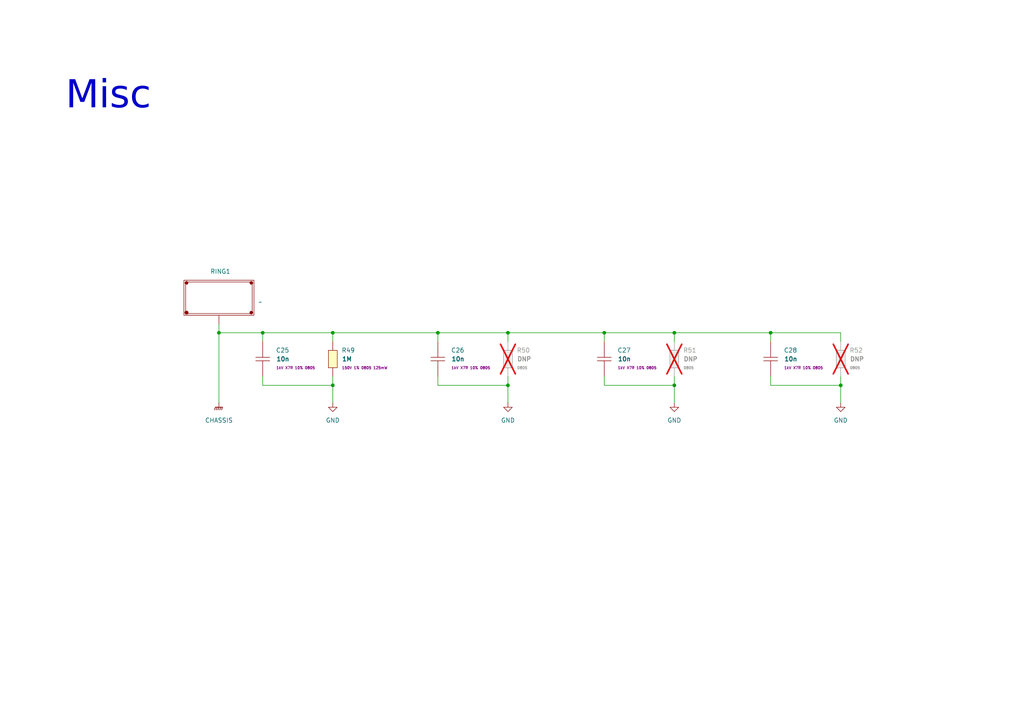
<source format=kicad_sch>
(kicad_sch (version 20231120) (generator "eeschema") (generator_version "8.0")
  (paper "A4")
  (title_block (title "AstraControl - Misc") (date "2024-08-26") (rev "A") (company "LiveAstra Technologies"))
  (lib_symbols
    (symbol "LiveAstra:AstraControl_Ground_Ring" (pin_numbers hide) (pin_names hide)
      (property "Reference" "RING" (at 0 6.35 0))
      (symbol "AstraControl_Ground_Ring_0_1"
        (rectangle (start -10.16 5.08) (end 10.16 -5.08))
        (rectangle (start -9.652 4.572) (end 9.652 -4.572))
      )
      (symbol "AstraControl_Ground_Ring_1_1"
        (circle (center -9.398 -4.318) (radius 0.508) (stroke (width 0.0508)) (fill (type outline)))
        (circle (center -9.398 4.318) (radius 0.508) (stroke (width -0.0001)) (fill (type outline)))
        (circle (center 9.398 -4.318) (radius 0.508) (stroke (width -0.0001)) (fill (type outline)))
        (circle (center 9.398 4.318) (radius 0.508) (stroke (width -0.0001)) (fill (type outline)))
        (pin passive line (at 0 -7.62 90) (length 2.54) (name "2") (number "1"))
      )
    )
    (symbol "LiveAstra:CHASSIS" (power) (pin_numbers hide) (pin_names (offset 0) hide)
      (property "Value" "CHASSIS" (at 0 -3.302 0))
      (symbol "CHASSIS_0_1"
        (polyline (pts (xy 0 -1.27) (xy 0 0)))
        (polyline (pts (xy -1.016 -1.27) (xy -1.27 -2.032) (xy -1.27 -2.032)) (stroke (width 0.2032)))
        (polyline (pts (xy -0.508 -1.27) (xy -0.762 -2.032) (xy -0.762 -2.032)) (stroke (width 0.2032)))
        (polyline (pts (xy 0 -1.27) (xy -0.254 -2.032) (xy -0.254 -2.032)) (stroke (width 0.2032)))
        (polyline (pts (xy 0.508 -1.27) (xy 0.254 -2.032) (xy 0.254 -2.032)) (stroke (width 0.2032)))
        (polyline (pts (xy 1.016 -1.27) (xy -1.016 -1.27) (xy -1.016 -1.27)) (stroke (width 0.2032)))
        (polyline (pts (xy 1.016 -1.27) (xy 0.762 -2.032) (xy 0.762 -2.032) (xy 0.762 -2.032)) (stroke (width 0.2032)))
      )
      (symbol "CHASSIS_1_1"
        (pin power_in line (at 0 0 270) (length 0) (name "~") (number "1"))
      )
    )
    (symbol "LiveAstra:C_10nF_X7R_0805" (pin_numbers hide) (pin_names hide)
      (property "Reference" "C" (at 0 8.89 0))
      (property "Value" "10n" (at 0 6.35 0))
      (property "Extra Values" "1kV X7R 10% 0805" (at 0 3.81 0))
      (symbol "C_10nF_X7R_0805_0_1"
        (polyline (pts (xy -0.51 -2.03) (xy -0.51 2.03)))
        (polyline (pts (xy -0.51 0) (xy -2.54 0)))
        (polyline (pts (xy 0.51 2.03) (xy 0.51 -2.03)))
        (polyline (pts (xy 2.54 0) (xy 0.51 0)))
      )
      (symbol "C_10nF_X7R_0805_1_1"
        (pin passive line (at -5.08 0 0) (length 2.54) (name "1") (number "1"))
        (pin passive line (at 5.08 0 180) (length 2.54) (name "2") (number "2"))
      )
    )
    (symbol "LiveAstra:R_1MOhm_0805_125mW" (pin_numbers hide) (pin_names hide)
      (property "Reference" "R" (at 0 7.62 0))
      (property "Value" "1M" (at 0 5.08 0))
      (property "Extra Values" "150V 1% 0805 125mW" (at 0 2.54 0))
      (symbol "R_1MOhm_0805_125mW_0_1"
        (rectangle (start -2.54 1.27) (end 2.54 -1.27) (fill (type background)))
      )
      (symbol "R_1MOhm_0805_125mW_1_1"
        (pin passive line (at -5.08 0 0) (length 2.54) (name "1") (number "1"))
        (pin passive line (at 5.08 0 180) (length 2.54) (name "2") (number "2"))
      )
    )
    (symbol "LiveAstra:R_DNP_0805" (pin_numbers hide) (pin_names hide)
      (property "Reference" "R" (at 0 7.62 0))
      (property "Value" "DNP" (at 0 5.08 0))
      (property "Extra Values" "0805" (at 0 2.54 0))
      (symbol "R_DNP_0805_0_1"
        (rectangle (start -2.54 1.27) (end 2.54 -1.27) (fill (type background)))
      )
      (symbol "R_DNP_0805_1_1"
        (pin passive line (at -5.08 0 0) (length 2.54) (name "1") (number "1"))
        (pin passive line (at 5.08 0 180) (length 2.54) (name "2") (number "2"))
      )
    )
    (symbol "power:GND" (power) (pin_numbers hide) (pin_names (offset 0) hide)
      (property "Value" "GND" (at 0 -3.81 0))
      (symbol "GND_0_1"
        (polyline (pts (xy 0 0) (xy 0 -1.27) (xy 1.27 -1.27) (xy 0 -2.54) (xy -1.27 -1.27) (xy 0 -1.27)))
      )
      (symbol "GND_1_1"
        (pin power_in line (at 0 0 270) (length 0) (name "~") (number "1"))
      )
    )
  )
  (junction (at 175.26 96.52))
  (junction (at 243.84 111.76))
  (junction (at 147.32 96.52))
  (junction (at 76.2 96.52))
  (junction (at 96.52 111.76))
  (junction (at 147.32 111.76))
  (junction (at 96.52 96.52))
  (junction (at 127 96.52))
  (junction (at 223.52 96.52))
  (junction (at 195.58 96.52))
  (junction (at 195.58 111.76))
  (junction (at 63.5 96.52))
  (wire (pts (xy 127 111.76) (xy 147.32 111.76)))
  (wire (pts (xy 147.32 96.52) (xy 175.26 96.52)))
  (wire (pts (xy 96.52 96.52) (xy 127 96.52)))
  (wire (pts (xy 96.52 109.22) (xy 96.52 111.76)))
  (wire (pts (xy 243.84 99.06) (xy 243.84 96.52)))
  (wire (pts (xy 243.84 111.76) (xy 243.84 116.84)))
  (wire (pts (xy 223.52 109.22) (xy 223.52 111.76)))
  (wire (pts (xy 175.26 111.76) (xy 195.58 111.76)))
  (wire (pts (xy 76.2 96.52) (xy 76.2 99.06)))
  (wire (pts (xy 195.58 96.52) (xy 223.52 96.52)))
  (wire (pts (xy 63.5 96.52) (xy 63.5 116.84)))
  (wire (pts (xy 243.84 96.52) (xy 223.52 96.52)))
  (wire (pts (xy 147.32 99.06) (xy 147.32 96.52)))
  (wire (pts (xy 96.52 99.06) (xy 96.52 96.52)))
  (wire (pts (xy 127 96.52) (xy 147.32 96.52)))
  (wire (pts (xy 223.52 96.52) (xy 223.52 99.06)))
  (wire (pts (xy 127 96.52) (xy 127 99.06)))
  (wire (pts (xy 147.32 111.76) (xy 147.32 116.84)))
  (wire (pts (xy 175.26 96.52) (xy 195.58 96.52)))
  (wire (pts (xy 175.26 109.22) (xy 175.26 111.76)))
  (wire (pts (xy 96.52 96.52) (xy 76.2 96.52)))
  (wire (pts (xy 195.58 109.22) (xy 195.58 111.76)))
  (wire (pts (xy 76.2 111.76) (xy 96.52 111.76)))
  (wire (pts (xy 195.58 111.76) (xy 195.58 116.84)))
  (wire (pts (xy 76.2 109.22) (xy 76.2 111.76)))
  (wire (pts (xy 195.58 99.06) (xy 195.58 96.52)))
  (wire (pts (xy 63.5 93.98) (xy 63.5 96.52)))
  (wire (pts (xy 63.5 96.52) (xy 76.2 96.52)))
  (wire (pts (xy 147.32 109.22) (xy 147.32 111.76)))
  (wire (pts (xy 127 109.22) (xy 127 111.76)))
  (wire (pts (xy 223.52 111.76) (xy 243.84 111.76)))
  (wire (pts (xy 96.52 111.76) (xy 96.52 116.84)))
  (wire (pts (xy 243.84 109.22) (xy 243.84 111.76)))
  (wire (pts (xy 175.26 96.52) (xy 175.26 99.06)))
  (text "Misc" (at 19.05 25.4 0) (effects (font (size 8 8)) (justify left top)))
  (symbol (lib_id "power:GND") (at 243.84 116.84 0) (unit 1)
    (property "Reference" "#PWR096" (effects (hide yes)))
    (property "Value" "GND" (at 243.84 121.92 0))
    (property "Description" "Power symbol creates a global label with name \"GND\" , ground" (effects (hide yes)))
  )
  (symbol (lib_id "LiveAstra:R_1MOhm_0805_125mW") (at 96.52 104.14 90) (unit 1)
    (property "Reference" "R49" (at 99.06 101.5999 90) (effects (justify right)))
    (property "Value" "1M" (at 99.06 104.14 90) (effects (font (bold yes)) (justify right)))
    (property "Footprint" "LiveAstra:R_0805_2012Metric_Pad1.20x1.40mm_HandSolder" (effects (hide yes)))
    (property "Datasheet" "https://lcsc.com/product-detail/Chip-Resistor-Surface-Mount-UniOhm_1MR-1004-1_C17514.html" (effects (hide yes)))
    (property "Description" "125mW Thick Film Resistors 150V ±100ppm/℃ ±1% 1MΩ 0805 Chip Resistor - Surface Mount ROHS" (effects (hide yes)))
    (property "LCSC Part" "C17514" (effects (hide yes)))
    (property "Extra Values" "150V 1% 0805 125mW" (at 99.06 106.6799 90) (effects (font (size 0.762 0.762) (bold yes)) (justify right)))
    (property "MFN" "UNI-ROYAL(Uniroyal Elec)" (effects (hide yes)))
    (property "MPN" "0805W8F1004T5E" (effects (hide yes)))
  )
  (symbol (lib_id "LiveAstra:C_10nF_X7R_0805") (at 175.26 104.14 90) (unit 1)
    (property "Reference" "C27" (at 179.07 101.5999 90) (effects (justify right)))
    (property "Value" "10n" (at 179.07 104.14 90) (effects (font (bold yes)) (justify right)))
    (property "Footprint" "LiveAstra:C_0805_2012Metric_Pad1.18x1.45mm_HandSolder" (effects (hide yes)))
    (property "Datasheet" "https://lcsc.com/product-detail/Multilayer-Ceramic-Capacitors-MLCC-SMD-SMT_PSA-Prosperity-Dielectrics-FV21X103K102ECG_C565682.html" (effects (hide yes)))
    (property "Description" "1kV 10nF X7R ±10% 0805 Multilayer Ceramic Capacitors MLCC - SMD/SMT ROHS" (effects (hide yes)))
    (property "LCSC Part" "C565682" (effects (hide yes)))
    (property "Extra Values" "1kV X7R 10% 0805" (at 179.07 106.6799 90) (effects (font (size 0.762 0.762) (bold yes)) (justify right)))
    (property "MFN" "PSA(Prosperity Dielectrics)" (effects (hide yes)))
    (property "MPN" "FV21X103K102ECG" (effects (hide yes)))
  )
  (symbol (lib_id "LiveAstra:CHASSIS") (at 63.5 116.84 0) (unit 1)
    (property "Reference" "#PWR092" (effects (hide yes)))
    (property "Value" "CHASSIS" (at 63.5 121.92 0))
    (property "Description" "Power symbol creates a global label with name \"CHASSIS\" , global ground" (effects (hide yes)))
  )
  (symbol (lib_id "power:GND") (at 147.32 116.84 0) (unit 1)
    (property "Reference" "#PWR094" (effects (hide yes)))
    (property "Value" "GND" (at 147.32 121.92 0))
    (property "Description" "Power symbol creates a global label with name \"GND\" , ground" (effects (hide yes)))
  )
  (symbol (lib_id "LiveAstra:R_DNP_0805") (at 243.84 104.14 90) (unit 1) (dnp yes)
    (property "Reference" "R52" (at 246.38 101.5999 90) (effects (justify right)))
    (property "Value" "DNP" (at 246.38 104.14 90) (effects (font (bold yes)) (justify right)))
    (property "Footprint" "LiveAstra:R_DNP_0805_2012Metric_Pad1.20x1.40mm_HandSolder" (effects (hide yes)))
    (property "Description" "Thick Film Resistors" (effects (hide yes)))
    (property "Extra Values" "0805" (at 246.38 106.6799 90) (effects (font (size 0.762 0.762) (bold yes)) (justify right)))
  )
  (symbol (lib_id "LiveAstra:AstraControl_Ground_Ring") (at 63.5 86.36 0) (unit 1) (in_bom no)
    (property "Reference" "RING1" (at 60.96 78.74 0) (effects (justify left)))
    (property "Value" "~" (at 74.93 87.63 0) (effects (justify left)))
    (property "Footprint" "LiveAstra:AstraControl_Ground_Ring" (effects (hide yes)))
  )
  (symbol (lib_id "LiveAstra:C_10nF_X7R_0805") (at 76.2 104.14 90) (unit 1)
    (property "Reference" "C25" (at 80.01 101.5999 90) (effects (justify right)))
    (property "Value" "10n" (at 80.01 104.14 90) (effects (font (bold yes)) (justify right)))
    (property "Footprint" "LiveAstra:C_0805_2012Metric_Pad1.18x1.45mm_HandSolder" (effects (hide yes)))
    (property "Datasheet" "https://lcsc.com/product-detail/Multilayer-Ceramic-Capacitors-MLCC-SMD-SMT_PSA-Prosperity-Dielectrics-FV21X103K102ECG_C565682.html" (effects (hide yes)))
    (property "Description" "1kV 10nF X7R ±10% 0805 Multilayer Ceramic Capacitors MLCC - SMD/SMT ROHS" (effects (hide yes)))
    (property "LCSC Part" "C565682" (effects (hide yes)))
    (property "Extra Values" "1kV X7R 10% 0805" (at 80.01 106.6799 90) (effects (font (size 0.762 0.762) (bold yes)) (justify right)))
    (property "MFN" "PSA(Prosperity Dielectrics)" (effects (hide yes)))
    (property "MPN" "FV21X103K102ECG" (effects (hide yes)))
  )
  (symbol (lib_id "LiveAstra:C_10nF_X7R_0805") (at 223.52 104.14 90) (unit 1)
    (property "Reference" "C28" (at 227.33 101.5999 90) (effects (justify right)))
    (property "Value" "10n" (at 227.33 104.14 90) (effects (font (bold yes)) (justify right)))
    (property "Footprint" "LiveAstra:C_0805_2012Metric_Pad1.18x1.45mm_HandSolder" (effects (hide yes)))
    (property "Datasheet" "https://lcsc.com/product-detail/Multilayer-Ceramic-Capacitors-MLCC-SMD-SMT_PSA-Prosperity-Dielectrics-FV21X103K102ECG_C565682.html" (effects (hide yes)))
    (property "Description" "1kV 10nF X7R ±10% 0805 Multilayer Ceramic Capacitors MLCC - SMD/SMT ROHS" (effects (hide yes)))
    (property "LCSC Part" "C565682" (effects (hide yes)))
    (property "Extra Values" "1kV X7R 10% 0805" (at 227.33 106.6799 90) (effects (font (size 0.762 0.762) (bold yes)) (justify right)))
    (property "MFN" "PSA(Prosperity Dielectrics)" (effects (hide yes)))
    (property "MPN" "FV21X103K102ECG" (effects (hide yes)))
  )
  (symbol (lib_id "LiveAstra:R_DNP_0805") (at 195.58 104.14 90) (unit 1) (dnp yes)
    (property "Reference" "R51" (at 198.12 101.5999 90) (effects (justify right)))
    (property "Value" "DNP" (at 198.12 104.14 90) (effects (font (bold yes)) (justify right)))
    (property "Footprint" "LiveAstra:R_DNP_0805_2012Metric_Pad1.20x1.40mm_HandSolder" (effects (hide yes)))
    (property "Description" "Thick Film Resistors" (effects (hide yes)))
    (property "Extra Values" "0805" (at 198.12 106.6799 90) (effects (font (size 0.762 0.762) (bold yes)) (justify right)))
  )
  (symbol (lib_id "LiveAstra:R_DNP_0805") (at 147.32 104.14 90) (unit 1) (dnp yes)
    (property "Reference" "R50" (at 149.86 101.5999 90) (effects (justify right)))
    (property "Value" "DNP" (at 149.86 104.14 90) (effects (font (bold yes)) (justify right)))
    (property "Footprint" "LiveAstra:R_DNP_0805_2012Metric_Pad1.20x1.40mm_HandSolder" (effects (hide yes)))
    (property "Description" "Thick Film Resistors" (effects (hide yes)))
    (property "Extra Values" "0805" (at 149.86 106.6799 90) (effects (font (size 0.762 0.762) (bold yes)) (justify right)))
  )
  (symbol (lib_id "power:GND") (at 195.58 116.84 0) (unit 1)
    (property "Reference" "#PWR095" (effects (hide yes)))
    (property "Value" "GND" (at 195.58 121.92 0))
    (property "Description" "Power symbol creates a global label with name \"GND\" , ground" (effects (hide yes)))
  )
  (symbol (lib_id "power:GND") (at 96.52 116.84 0) (unit 1)
    (property "Reference" "#PWR093" (effects (hide yes)))
    (property "Value" "GND" (at 96.52 121.92 0))
    (property "Description" "Power symbol creates a global label with name \"GND\" , ground" (effects (hide yes)))
  )
  (symbol (lib_id "LiveAstra:C_10nF_X7R_0805") (at 127 104.14 90) (unit 1)
    (property "Reference" "C26" (at 130.81 101.5999 90) (effects (justify right)))
    (property "Value" "10n" (at 130.81 104.14 90) (effects (font (bold yes)) (justify right)))
    (property "Footprint" "LiveAstra:C_0805_2012Metric_Pad1.18x1.45mm_HandSolder" (effects (hide yes)))
    (property "Datasheet" "https://lcsc.com/product-detail/Multilayer-Ceramic-Capacitors-MLCC-SMD-SMT_PSA-Prosperity-Dielectrics-FV21X103K102ECG_C565682.html" (effects (hide yes)))
    (property "Description" "1kV 10nF X7R ±10% 0805 Multilayer Ceramic Capacitors MLCC - SMD/SMT ROHS" (effects (hide yes)))
    (property "LCSC Part" "C565682" (effects (hide yes)))
    (property "Extra Values" "1kV X7R 10% 0805" (at 130.81 106.6799 90) (effects (font (size 0.762 0.762) (bold yes)) (justify right)))
    (property "MFN" "PSA(Prosperity Dielectrics)" (effects (hide yes)))
    (property "MPN" "FV21X103K102ECG" (effects (hide yes)))
  )
)
</source>
